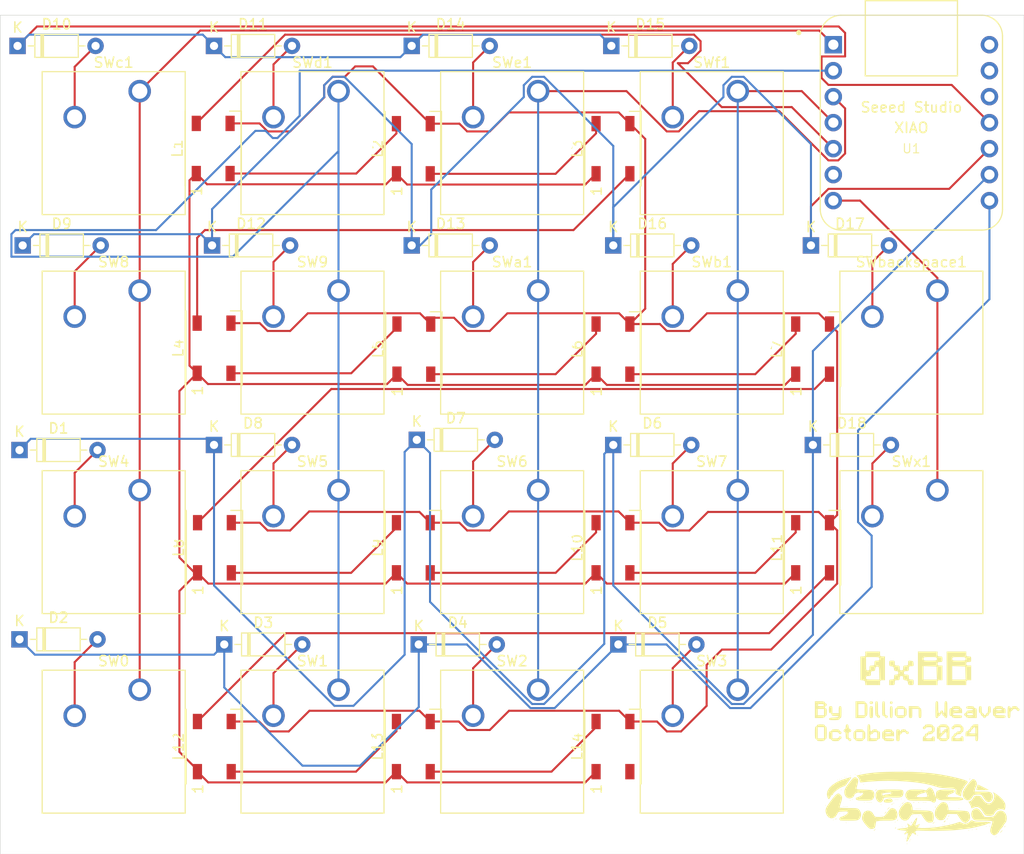
<source format=kicad_pcb>
(kicad_pcb (version 20240108) (generator "pcbnew") (generator_version "8.0")
  (layers (0 "F.Cu" signal) (31 "B.Cu" signal) (34 "B.Paste" user) (35 "F.Paste" user) (36 "B.SilkS" user "B.Silkscreen") (37 "F.SilkS" user "F.Silkscreen") (38 "B.Mask" user) (39 "F.Mask" user) (44 "Edge.Cuts" user))
  (net 0 "")
  (net 1 "Row 2")
  (net 2 "Net-(D1-A)")
  (net 3 "Row 3")
  (net 4 "Net-(D2-A)")
  (net 5 "Net-(D3-A)")
  (net 6 "Net-(D4-A)")
  (net 7 "Net-(D5-A)")
  (net 8 "Net-(D6-A)")
  (net 9 "Net-(D7-A)")
  (net 10 "Net-(D8-A)")
  (net 11 "Net-(D9-A)")
  (net 12 "Row 1")
  (net 13 "Net-(D10-A)")
  (net 14 "Row 0")
  (net 15 "Net-(D11-A)")
  (net 16 "Net-(D12-A)")
  (net 17 "Net-(D13-A)")
  (net 18 "Net-(D14-A)")
  (net 19 "Net-(D15-A)")
  (net 20 "Net-(D16-A)")
  (net 21 "Net-(D17-A)")
  (net 22 "Net-(D18-A)")
  (net 23 "+5V")
  (net 24 "Col 0")
  (net 25 "Col 1")
  (net 26 "Col 2")
  (net 27 "Col 3")
  (net 28 "Col 4")
  (net 29 "NeoPixelInput")
  (net 34 "GND")
  (net 35 "Net-(L4-DOUT)")
  (net 36 "Net-(L5-DOUT)")
  (net 37 "Net-(L6-DOUT)")
  (net 38 "Net-(L7-DOUT)")
  (net 39 "Net-(L8-DOUT)")
  (net 40 "Net-(L10-DIN)")
  (net 41 "Net-(L10-DOUT)")
  (net 42 "Net-(L11-DOUT)")
  (net 43 "Net-(L12-DOUT)")
  (net 44 "Net-(L13-DOUT)")
  (net 46 "Net-(L1-DOUT)")
  (net 47 "Net-(L2-DOUT)")
  (net 48 "Net-(L3-DOUT)")
  (footprint "LOGO" (layer "F.Cu") (at 161 156)
    (property "Reference" "G***" (hide yes))
    (property "Value" "LOGO" (hide yes))
  )
  (footprint "Diode_THT:D_DO-35_SOD27_P7.62mm_Horizontal" (layer "F.Cu") (at 92.38 87.5)
    (property "Reference" "D11")
    (property "Value" "D")
  )
  (footprint "LED_SMD:LED_WS2812B_PLCC4_5.0x5.0mm_P3.2mm" (layer "F.Cu") (at 92.384589 117.045758 90)
    (property "Reference" "L4")
    (property "Value" "WS2812B")
  )
  (footprint "Button_Switch_Keyboard:SW_Cherry_MX_1.00u_PCB" (layer "F.Cu") (at 124.04 150.42)
    (property "Reference" "SW2")
    (property "Value" "SW_Push")
  )
  (footprint "LED_SMD:LED_WS2812B_PLCC4_5.0x5.0mm_P3.2mm" (layer "F.Cu") (at 111.85 136.55 90)
    (property "Reference" "L9")
    (property "Value" "WS2812B")
  )
  (footprint "Diode_THT:D_DO-35_SOD27_P7.62mm_Horizontal" (layer "F.Cu") (at 111.69 107)
    (property "Reference" "D13")
    (property "Value" "D")
  )
  (footprint "LED_SMD:LED_WS2812B_PLCC4_5.0x5.0mm_P3.2mm" (layer "F.Cu") (at 92.3 97.523799 90)
    (property "Reference" "L1")
    (property "Value" "WS2812B")
  )
  (footprint "Seeed Studio XIAO Series Library:XIAO-Generic-Thruhole-14P-2.54-21X17.8MM" (layer "F.Cu") (at 160.5 95)
    (property "Reference" "U1")
    (property "Value" "Seeed Studio XIAO SAMD21" (hide yes))
  )
  (footprint "Diode_THT:D_DO-35_SOD27_P7.62mm_Horizontal" (layer "F.Cu") (at 150.69 107)
    (property "Reference" "D17")
    (property "Value" "D")
  )
  (footprint "LED_SMD:LED_WS2812B_PLCC4_5.0x5.0mm_P3.2mm" (layer "F.Cu") (at 131.35 97.543979 90)
    (property "Reference" "L3")
    (property "Value" "WS2812B")
  )
  (footprint "LED_SMD:LED_WS2812B_PLCC4_5.0x5.0mm_P3.2mm" (layer "F.Cu") (at 131.35 155.981338 90)
    (property "Reference" "L14")
    (property "Value" "WS2812B")
  )
  (footprint "Button_Switch_Keyboard:SW_Cherry_MX_1.00u_PCB" (layer "F.Cu") (at 124.04 91.92)
    (property "Reference" "SWe1")
    (property "Value" "SW_Push")
  )
  (footprint "Diode_THT:D_DO-35_SOD27_P7.62mm_Horizontal" (layer "F.Cu") (at 73.38 127)
    (property "Reference" "D1")
    (property "Value" "D")
  )
  (footprint "Button_Switch_Keyboard:SW_Cherry_MX_1.00u_PCB" (layer "F.Cu") (at 143.54 150.42)
    (property "Reference" "SW3")
    (property "Value" "SW_Push")
  )
  (footprint "Button_Switch_Keyboard:SW_Cherry_MX_1.00u_PCB" (layer "F.Cu") (at 85.12 91.92)
    (property "Reference" "SWc1")
    (property "Value" "SW_Push")
  )
  (footprint "LED_SMD:LED_WS2812B_PLCC4_5.0x5.0mm_P3.2mm" (layer "F.Cu") (at 150.85 117.133889 90)
    (property "Reference" "L7")
    (property "Value" "WS2812B")
  )
  (footprint "LED_SMD:LED_WS2812B_PLCC4_5.0x5.0mm_P3.2mm" (layer "F.Cu") (at 131.35 117.133889 90)
    (property "Reference" "L6")
    (property "Value" "WS2812B")
  )
  (footprint "LED_SMD:LED_WS2812B_PLCC4_5.0x5.0mm_P3.2mm" (layer "F.Cu") (at 92.41054 155.981338 90)
    (property "Reference" "L12")
    (property "Value" "WS2812B")
  )
  (footprint "Diode_THT:D_DO-35_SOD27_P7.62mm_Horizontal" (layer "F.Cu") (at 131.19 87.5)
    (property "Reference" "D15")
    (property "Value" "D")
  )
  (footprint "Button_Switch_Keyboard:SW_Cherry_MX_1.00u_PCB" (layer "F.Cu") (at 85.12 150.42)
    (property "Reference" "SW0")
    (property "Value" "SW_Push")
  )
  (footprint "Button_Switch_Keyboard:SW_Cherry_MX_1.00u_PCB" (layer "F.Cu") (at 143.54 91.92)
    (property "Reference" "SWf1")
    (property "Value" "SW_Push")
  )
  (footprint "Diode_THT:D_DO-35_SOD27_P7.62mm_Horizontal" (layer "F.Cu") (at 73.69 107)
    (property "Reference" "D9")
    (property "Value" "D")
  )
  (footprint "Diode_THT:D_DO-35_SOD27_P7.62mm_Horizontal" (layer "F.Cu") (at 92.19 107)
    (property "Reference" "D12")
    (property "Value" "D")
  )
  (footprint "Button_Switch_Keyboard:SW_Cherry_MX_1.00u_PCB" (layer "F.Cu") (at 104.54 130.92)
    (property "Reference" "SW5")
    (property "Value" "SW_Push")
  )
  (footprint "LED_SMD:LED_WS2812B_PLCC4_5.0x5.0mm_P3.2mm" (layer "F.Cu") (at 111.9 117.133889 90)
    (property "Reference" "L5")
    (property "Value" "WS2812B")
  )
  (footprint "Button_Switch_Keyboard:SW_Cherry_MX_1.00u_PCB" (layer "F.Cu") (at 124.04 111.42)
    (property "Reference" "SWa1")
    (property "Value" "SW_Push")
  )
  (footprint "Diode_THT:D_DO-35_SOD27_P7.62mm_Horizontal" (layer "F.Cu") (at 111.69 87.5)
    (property "Reference" "D14")
    (property "Value" "D")
  )
  (footprint "Button_Switch_Keyboard:SW_Cherry_MX_1.00u_PCB" (layer "F.Cu") (at 143.54 130.92)
    (property "Reference" "SW7")
    (property "Value" "SW_Push")
  )
  (footprint "Diode_THT:D_DO-35_SOD27_P7.62mm_Horizontal" (layer "F.Cu") (at 73.19 87.5)
    (property "Reference" "D10")
    (property "Value" "D")
  )
  (footprint "Diode_THT:D_DO-35_SOD27_P7.62mm_Horizontal" (layer "F.Cu") (at 92.38 126.5)
    (property "Reference" "D8")
    (property "Value" "D")
  )
  (footprint "Button_Switch_Keyboard:SW_Cherry_MX_1.00u_PCB" (layer "F.Cu") (at 85.12 130.92)
    (property "Reference" "SW4")
    (property "Value" "SW_Push")
  )
  (footprint "LED_SMD:LED_WS2812B_PLCC4_5.0x5.0mm_P3.2mm" (layer "F.Cu") (at 131.35 136.55 90)
    (property "Reference" "L10")
    (property "Value" "WS2812B")
  )
  (footprint "Diode_THT:D_DO-35_SOD27_P7.62mm_Horizontal" (layer "F.Cu") (at 112.19 126)
    (property "Reference" "D7")
    (property "Value" "D")
  )
  (footprint "LED_SMD:LED_WS2812B_PLCC4_5.0x5.0mm_P3.2mm" (layer "F.Cu") (at 150.85 136.55 90)
    (property "Reference" "L11")
    (property "Value" "WS2812B")
  )
  (footprint "Button_Switch_Keyboard:SW_Cherry_MX_1.00u_PCB" (layer "F.Cu") (at 85.12 111.42)
    (property "Reference" "SW8")
    (property "Value" "SW_Push")
  )
  (footprint "LED_SMD:LED_WS2812B_PLCC4_5.0x5.0mm_P3.2mm" (layer "F.Cu") (at 111.85 97.55 90)
    (property "Reference" "L2")
    (property "Value" "WS2812B")
  )
  (footprint "Diode_THT:D_DO-35_SOD27_P7.62mm_Horizontal" (layer "F.Cu") (at 131.38 126.5)
    (property "Reference" "D6")
    (property "Value" "D")
  )
  (footprint "Diode_THT:D_DO-35_SOD27_P7.62mm_Horizontal" (layer "F.Cu") (at 73.38 145.5)
    (property "Reference" "D2")
    (property "Value" "D")
  )
  (footprint "Diode_THT:D_DO-35_SOD27_P7.62mm_Horizontal" (layer "F.Cu") (at 131.38 107)
    (property "Reference" "D16")
    (property "Value" "D")
  )
  (footprint "Diode_THT:D_DO-35_SOD27_P7.62mm_Horizontal" (layer "F.Cu") (at 150.88 126.5)
    (property "Reference" "D18")
    (property "Value" "D")
  )
  (footprint "LED_SMD:LED_WS2812B_PLCC4_5.0x5.0mm_P3.2mm" (layer "F.Cu") (at 111.85 155.981338 90)
    (property "Reference" "L13")
    (property "Value" "WS2812B")
  )
  (footprint "Button_Switch_Keyboard:SW_Cherry_MX_1.00u_PCB" (layer "F.Cu") (at 143.54 111.42)
    (property "Reference" "SWb1")
    (property "Value" "SW_Push")
  )
  (footprint "LED_SMD:LED_WS2812B_PLCC4_5.0x5.0mm_P3.2mm" (layer "F.Cu") (at 92.421681 136.55 90)
    (property "Reference" "L8")
    (property "Value" "WS2812B")
  )
  (footprint "Diode_THT:D_DO-35_SOD27_P7.62mm_Horizontal" (layer "F.Cu") (at 93.38 146)
    (property "Reference" "D3")
    (property "Value" "D")
  )
  (footprint "Button_Switch_Keyboard:SW_Cherry_MX_1.00u_PCB" (layer "F.Cu") (at 163.04 130.92)
    (property "Reference" "SWx1")
    (property "Value" "SW_Push")
  )
  (footprint "Diode_THT:D_DO-35_SOD27_P7.62mm_Horizontal" (layer "F.Cu") (at 112.38 146)
    (property "Reference" "D4")
    (property "Value" "D")
  )
  (footprint "Button_Switch_Keyboard:SW_Cherry_MX_1.00u_PCB" (layer "F.Cu") (at 124.04 130.92)
    (property "Reference" "SW6")
    (property "Value" "SW_Push")
  )
  (footprint "Button_Switch_Keyboard:SW_Cherry_MX_1.00u_PCB" (layer "F.Cu") (at 104.54 91.92)
    (property "Reference" "SWd1")
    (property "Value" "SW_Push")
  )
  (footprint "Diode_THT:D_DO-35_SOD27_P7.62mm_Horizontal" (layer "F.Cu") (at 131.88 146)
    (property "Reference" "D5")
    (property "Value" "D")
  )
  (footprint "Button_Switch_Keyboard:SW_Cherry_MX_1.00u_PCB" (layer "F.Cu") (at 104.54 150.42)
    (property "Reference" "SW1")
    (property "Value" "SW_Push")
  )
  (footprint "Button_Switch_Keyboard:SW_Cherry_MX_1.00u_PCB" (layer "F.Cu") (at 104.54 111.42)
    (property "Reference" "SW9")
    (property "Value" "SW_Push")
  )
  (footprint "Button_Switch_Keyboard:SW_Cherry_MX_1.00u_PCB" (layer "F.Cu") (at 163.04 111.42)
    (property "Reference" "SWbackspace1")
    (property "Value" "SW_Push")
  )
  (gr_rect (start 71.5 84.5) (end 171.5 166.5) (stroke (width 0.05)) (fill none) (layer "Edge.Cuts"))
  (segment (start 111 127.19) (end 112.19 126) (width 0.2) (layer "B.Cu") (net 1))
  (segment (start 112.19 126) (end 113.48 127.29) (width 0.2) (layer "B.Cu") (net 1))
  (segment (start 113.48 141.839899) (end 123.460101 151.82) (width 0.2) (layer "B.Cu") (net 1))
  (segment (start 130.5 145.939899) (end 130.5 127.38) (width 0.2) (layer "B.Cu") (net 1))
  (segment (start 92.38 126.5) (end 92.38 140.239899) (width 0.2) (layer "B.Cu") (net 1))
  (segment (start 91.78 125.9) (end 92.38 126.5) (width 0.2) (layer "B.Cu") (net 1))
  (segment (start 74.48 125.9) (end 91.78 125.9) (width 0.2) (layer "B.Cu") (net 1))
  (segment (start 92.38 140.239899) (end 104.140101 152) (width 0.2) (layer "B.Cu") (net 1))
  (segment (start 150.88 145.059899) (end 150.88 126.5) (width 0.2) (layer "B.Cu") (net 1))
  (segment (start 113.48 127.29) (end 113.48 141.839899) (width 0.2) (layer "B.Cu") (net 1))
  (segment (start 130.5 127.38) (end 131.38 126.5) (width 0.2) (layer "B.Cu") (net 1))
  (segment (start 142.960101 151.82) (end 144.119899 151.82) (width 0.2) (layer "B.Cu") (net 1))
  (segment (start 144.119899 151.82) (end 150.88 145.059899) (width 0.2) (layer "B.Cu") (net 1))
  (segment (start 111 147) (end 111 127.19) (width 0.2) (layer "B.Cu") (net 1))
  (segment (start 168.125 100.08) (end 150.88 117.325) (width 0.2) (layer "B.Cu") (net 1))
  (segment (start 106 152) (end 111 147) (width 0.2) (layer "B.Cu") (net 1))
  (segment (start 123.460101 151.82) (end 124.619899 151.82) (width 0.2) (layer "B.Cu") (net 1))
  (segment (start 124.619899 151.82) (end 130.5 145.939899) (width 0.2) (layer "B.Cu") (net 1))
  (segment (start 104.140101 152) (end 106 152) (width 0.2) (layer "B.Cu") (net 1))
  (segment (start 131.38 140.239899) (end 142.960101 151.82) (width 0.2) (layer "B.Cu") (net 1))
  (segment (start 150.88 117.325) (end 150.88 126.5) (width 0.2) (layer "B.Cu") (net 1))
  (segment (start 73.38 127) (end 74.48 125.9) (width 0.2) (layer "B.Cu") (net 1))
  (segment (start 131.38 126.5) (end 131.38 140.239899) (width 0.2) (layer "B.Cu") (net 1))
  (segment (start 78.77 133.46) (end 78.77 129.23) (width 0.2) (layer "F.Cu") (net 2))
  (segment (start 78.77 129.23) (end 81 127) (width 0.2) (layer "F.Cu") (net 2))
  (segment (start 92.38 147) (end 93.38 146) (width 0.2) (layer "B.Cu") (net 3))
  (segment (start 106.65 157.85) (end 112.38 152.12) (width 0.2) (layer "B.Cu") (net 3))
  (segment (start 125.66 152.22) (end 131.88 146) (width 0.2) (layer "B.Cu") (net 3))
  (segment (start 74.88 147) (end 92.38 147) (width 0.2) (layer "B.Cu") (net 3))
  (segment (start 93.38 146) (end 93.38 150.203402) (width 0.2) (layer "B.Cu") (net 3))
  (segment (start 168.125 112.257944) (end 168.125 102.62) (width 0.2) (layer "B.Cu") (net 3))
  (segment (start 155.29 134.039899) (end 155.29 125.092944) (width 0.2) (layer "B.Cu") (net 3))
  (segment (start 155.29 125.092944) (end 168.125 112.257944) (width 0.2) (layer "B.Cu") (net 3))
  (segment (start 156.62 140.38) (end 156.62 135.369899) (width 0.2) (layer "B.Cu") (net 3))
  (segment (start 131.88 146) (end 136.574415 146) (width 0.2) (layer "B.Cu") (net 3))
  (segment (start 117.074415 146) (end 123.294415 152.22) (width 0.2) (layer "B.Cu") (net 3))
  (segment (start 112.38 152.12) (end 112.38 146) (width 0.2) (layer "B.Cu") (net 3))
  (segment (start 156.62 135.369899) (end 155.29 134.039899) (width 0.2) (layer "B.Cu") (net 3))
  (segment (start 142.794415 152.22) (end 144.78 152.22) (width 0.2) (layer "B.Cu") (net 3))
  (segment (start 144.78 152.22) (end 156.62 140.38) (width 0.2) (layer "B.Cu") (net 3))
  (segment (start 136.574415 146) (end 142.794415 152.22) (width 0.2) (layer "B.Cu") (net 3))
  (segment (start 112.38 146) (end 117.074415 146) (width 0.2) (layer "B.Cu") (net 3))
  (segment (start 101.026598 157.85) (end 106.65 157.85) (width 0.2) (layer "B.Cu") (net 3))
  (segment (start 73.38 145.5) (end 74.88 147) (width 0.2) (layer "B.Cu") (net 3))
  (segment (start 123.294415 152.22) (end 125.66 152.22) (width 0.2) (layer "B.Cu") (net 3))
  (segment (start 93.38 150.203402) (end 101.026598 157.85) (width 0.2) (layer "B.Cu") (net 3))
  (segment (start 78.77 152.96) (end 78.77 147.73) (width 0.2) (layer "F.Cu") (net 4))
  (segment (start 78.77 147.73) (end 81 145.5) (width 0.2) (layer "F.Cu") (net 4))
  (segment (start 98.19 148.81) (end 101 146) (width 0.2) (layer "F.Cu") (net 5))
  (segment (start 98.19 152.96) (end 98.19 148.81) (width 0.2) (layer "F.Cu") (net 5))
  (segment (start 117.69 148.31) (end 120 146) (width 0.2) (layer "F.Cu") (net 6))
  (segment (start 117.69 152.96) (end 117.69 148.31) (width 0.2) (layer "F.Cu") (net 6))
  (segment (start 137.19 148.31) (end 139.5 146) (width 0.2) (layer "F.Cu") (net 7))
  (segment (start 137.19 152.96) (end 137.19 148.31) (width 0.2) (layer "F.Cu") (net 7))
  (segment (start 137.19 133.46) (end 137.19 128.31) (width 0.2) (layer "F.Cu") (net 8))
  (segment (start 137.19 128.31) (end 139 126.5) (width 0.2) (layer "F.Cu") (net 8))
  (segment (start 117.69 128.12) (end 119.81 126) (width 0.2) (layer "F.Cu") (net 9))
  (segment (start 117.69 133.46) (end 117.69 128.12) (width 0.2) (layer "F.Cu") (net 9))
  (segment (start 98.19 128.31) (end 100 126.5) (width 0.2) (layer "F.Cu") (net 10))
  (segment (start 98.19 133.46) (end 98.19 128.31) (width 0.2) (layer "F.Cu") (net 10))
  (segment (start 78.77 113.96) (end 78.77 109.54) (width 0.2) (layer "F.Cu") (net 11))
  (segment (start 78.77 109.54) (end 81.31 107) (width 0.2) (layer "F.Cu") (net 11))
  (segment (start 152.398654 101.47) (end 150.69 103.178654) (width 0.2) (layer "F.Cu") (net 12))
  (segment (start 150.69 103.178654) (end 150.69 107) (width 0.2) (layer "F.Cu") (net 12))
  (segment (start 164.195 101.47) (end 152.398654 101.47) (width 0.2) (layer "F.Cu") (net 12))
  (segment (start 168.125 97.54) (end 164.195 101.47) (width 0.2) (layer "F.Cu") (net 12))
  (segment (start 124.619899 90.52) (end 131.38 97.280101) (width 0.2) (layer "B.Cu") (net 12))
  (segment (start 111.69 97.090101) (end 111.69 107) (width 0.2) (layer "B.Cu") (net 12))
  (segment (start 103.960101 90.52) (end 105.119899 90.52) (width 0.2) (layer "B.Cu") (net 12))
  (segment (start 131.38 103.259899) (end 142.14 92.499899) (width 0.2) (layer "B.Cu") (net 12))
  (segment (start 111.69 107) (end 112.5 107) (width 0.2) (layer "B.Cu") (net 12))
  (segment (start 123.460101 90.52) (end 124.619899 90.52) (width 0.2) (layer "B.Cu") (net 12))
  (segment (start 113.6 101.539899) (end 122.64 92.499899) (width 0.2) (layer "B.Cu") (net 12))
  (segment (start 112.5 107) (end 113.6 105.9) (width 0.2) (layer "B.Cu") (net 12))
  (segment (start 103.14 92.499899) (end 103.14 91.340101) (width 0.2) (layer "B.Cu") (net 12))
  (segment (start 131.38 107) (end 131.38 103.259899) (width 0.2) (layer "B.Cu") (net 12))
  (segment (start 144.119899 90.52) (end 150.69 97.090101) (width 0.2) (layer "B.Cu") (net 12))
  (segment (start 105.119899 90.52) (end 111.69 97.090101) (width 0.2) (layer "B.Cu") (net 12))
  (segment (start 142.14 92.499899) (end 142.14 91.340101) (width 0.2) (layer "B.Cu") (net 12))
  (segment (start 103.14 91.340101) (end 103.960101 90.52) (width 0.2) (layer "B.Cu") (net 12))
  (segment (start 113.6 105.9) (end 113.6 101.539899) (width 0.2) (layer "B.Cu") (net 12))
  (segment (start 142.960101 90.52) (end 144.119899 90.52) (width 0.2) (layer "B.Cu") (net 12))
  (segment (start 73.69 107) (end 74.79 105.9) (width 0.2) (layer "B.Cu") (net 12))
  (segment (start 74.79 105.9) (end 91.09 105.9) (width 0.2) (layer "B.Cu") (net 12))
  (segment (start 122.64 92.499899) (end 122.64 91.340101) (width 0.2) (layer "B.Cu") (net 12))
  (segment (start 91.09 105.9) (end 92.19 107) (width 0.2) (layer "B.Cu") (net 12))
  (segment (start 92.19 107) (end 92.19 103.449899) (width 0.2) (layer "B.Cu") (net 12))
  (segment (start 131.38 97.280101) (end 131.38 107) (width 0.2) (layer "B.Cu") (net 12))
  (segment (start 150.69 97.090101) (end 150.69 107) (width 0.2) (layer "B.Cu") (net 12))
  (segment (start 92.19 103.449899) (end 103.14 92.499899) (width 0.2) (layer "B.Cu") (net 12))
  (segment (start 122.64 91.340101) (end 123.460101 90.52) (width 0.2) (layer "B.Cu") (net 12))
  (segment (start 142.14 91.340101) (end 142.960101 90.52) (width 0.2) (layer "B.Cu") (net 12))
  (segment (start 78.77 89.54) (end 80.81 87.5) (width 0.2) (layer "F.Cu") (net 13))
  (segment (start 78.77 94.46) (end 78.77 89.54) (width 0.2) (layer "F.Cu") (net 13))
  (segment (start 75.09 85.6) (end 73.19 87.5) (width 0.2) (layer "F.Cu") (net 14))
  (segment (start 154.025 88.53) (end 154.025 86.23) (width 0.2) (layer "F.Cu") (net 14))
  (segment (start 164.435 91.31) (end 152.398654 91.31) (width 0.2) (layer "F.Cu") (net 14))
  (segment (start 151.725 88.53) (end 154.025 88.53) (width 0.2) (layer "F.Cu") (net 14))
  (segment (start 154.025 86.23) (end 153.395 85.6) (width 0.2) (layer "F.Cu") (net 14))
  (segment (start 153.395 85.6) (end 75.09 85.6) (width 0.2) (layer "F.Cu") (net 14))
  (segment (start 168.125 95) (end 164.435 91.31) (width 0.2) (layer "F.Cu") (net 14))
  (segment (start 151.725 90.636346) (end 151.725 88.53) (width 0.2) (layer "F.Cu") (net 14))
  (segment (start 152.398654 91.31) (end 151.725 90.636346) (width 0.2) (layer "F.Cu") (net 14))
  (segment (start 112.79 86.4) (end 130.09 86.4) (width 0.2) (layer "B.Cu") (net 14))
  (segment (start 111.69 87.5) (end 112.79 86.4) (width 0.2) (layer "B.Cu") (net 14))
  (segment (start 110.59 88.6) (end 111.69 87.5) (width 0.2) (layer "B.Cu") (net 14))
  (segment (start 74.29 86.4) (end 91.28 86.4) (width 0.2) (layer "B.Cu") (net 14))
  (segment (start 130.09 86.4) (end 131.19 87.5) (width 0.2) (layer "B.Cu") (net 14))
  (segment (start 91.28 86.4) (end 92.38 87.5) (width 0.2) (layer "B.Cu") (net 14))
  (segment (start 93.48 88.6) (end 110.59 88.6) (width 0.2) (layer "B.Cu") (net 14))
  (segment (start 92.38 87.5) (end 93.48 88.6) (width 0.2) (layer "B.Cu") (net 14))
  (segment (start 73.19 87.5) (end 74.29 86.4) (width 0.2) (layer "B.Cu") (net 14))
  (segment (start 98.19 89.31) (end 100 87.5) (width 0.2) (layer "F.Cu") (net 15))
  (segment (start 98.19 94.46) (end 98.19 89.31) (width 0.2) (layer "F.Cu") (net 15))
  (segment (start 98.19 113.96) (end 98.19 108.62) (width 0.2) (layer "F.Cu") (net 16))
  (segment (start 98.19 108.62) (end 99.81 107) (width 0.2) (layer "F.Cu") (net 16))
  (segment (start 117.69 113.96) (end 117.69 108.62) (width 0.2) (layer "F.Cu") (net 17))
  (segment (start 117.69 108.62) (end 119.31 107) (width 0.2) (layer "F.Cu") (net 17))
  (segment (start 117.69 89.12) (end 119.31 87.5) (width 0.2) (layer "F.Cu") (net 18))
  (segment (start 117.69 94.46) (end 117.69 89.12) (width 0.2) (layer "F.Cu") (net 18))
  (segment (start 137.19 89.12) (end 138.81 87.5) (width 0.2) (layer "F.Cu") (net 19))
  (segment (start 137.19 94.46) (end 137.19 89.12) (width 0.2) (layer "F.Cu") (net 19))
  (segment (start 137.19 108.81) (end 139 107) (width 0.2) (layer "F.Cu") (net 20))
  (segment (start 137.19 113.96) (end 137.19 108.81) (width 0.2) (layer "F.Cu") (net 20))
  (segment (start 156.69 113.96) (end 156.69 108.62) (width 0.2) (layer "F.Cu") (net 21))
  (segment (start 156.69 108.62) (end 158.31 107) (width 0.2) (layer "F.Cu") (net 21))
  (segment (start 156.69 128.31) (end 158.5 126.5) (width 0.2) (layer "F.Cu") (net 22))
  (segment (start 156.69 133.46) (end 156.69 128.31) (width 0.2) (layer "F.Cu") (net 22))
  (segment (start 89 156.5) (end 90.76054 158.26054) (width 0.2) (layer "F.Cu") (net 23))
  (segment (start 90.65 99.973799) (end 89.984589 100.63921) (width 0.2) (layer "F.Cu") (net 23))
  (segment (start 90.771681 139) (end 89 140.771681) (width 0.2) (layer "F.Cu") (net 23))
  (segment (start 128.643979 101.05) (end 129.7 99.993979) (width 0.2) (layer "F.Cu") (net 23))
  (segment (start 109.15 159.481338) (end 110.2 158.431338) (width 0.2) (layer "F.Cu") (net 23))
  (segment (start 90.76054 158.431338) (end 91.81054 159.481338) (width 0.2) (layer "F.Cu") (net 23))
  (segment (start 89 121.230347) (end 89 137.5) (width 0.2) (layer "F.Cu") (net 23))
  (segment (start 128.65 140.05) (end 129.7 139) (width 0.2) (layer "F.Cu") (net 23))
  (segment (start 90.771681 139) (end 91.821681 140.05) (width 0.2) (layer "F.Cu") (net 23))
  (segment (start 89 140.771681) (end 89 156.5) (width 0.2) (layer "F.Cu") (net 23))
  (segment (start 130.75 140.05) (end 148.15 140.05) (width 0.2) (layer "F.Cu") (net 23))
  (segment (start 90.734589 119.495758) (end 89 121.230347) (width 0.2) (layer "F.Cu") (net 23))
  (segment (start 89.984589 118.745758) (end 90.734589 119.495758) (width 0.2) (layer "F.Cu") (net 23))
  (segment (start 110.2 158.431338) (end 111.25 159.481338) (width 0.2) (layer "F.Cu") (net 23))
  (segment (start 90.5 139) (end 90.771681 139) (width 0.2) (layer "F.Cu") (net 23))
  (segment (start 90.65 99.973799) (end 91.7 101.023799) (width 0.2) (layer "F.Cu") (net 23))
  (segment (start 91.7 101.023799) (end 109.176201 101.023799) (width 0.2) (layer "F.Cu") (net 23))
  (segment (start 129.7 139) (end 130.75 140.05) (width 0.2) (layer "F.Cu") (net 23))
  (segment (start 111.25 159.481338) (end 128.65 159.481338) (width 0.2) (layer "F.Cu") (net 23))
  (segment (start 91.821681 140.05) (end 109.15 140.05) (width 0.2) (layer "F.Cu") (net 23))
  (segment (start 111.25 140.05) (end 128.65 140.05) (width 0.2) (layer "F.Cu") (net 23))
  (segment (start 90.734589 119.495758) (end 91.784589 120.545758) (width 0.2) (layer "F.Cu") (net 23))
  (segment (start 89.984589 100.63921) (end 89.984589 118.745758) (width 0.2) (layer "F.Cu") (net 23))
  (segment (start 91.81054 159.481338) (end 109.15 159.481338) (width 0.2) (layer "F.Cu") (net 23))
  (segment (start 128.65 120.633889) (end 129.7 119.583889) (width 0.2) (layer "F.Cu") (net 23))
  (segment (start 110.2 100) (end 111.25 101.05) (width 0.2) (layer "F.Cu") (net 23))
  (segment (start 129.7 119.583889) (end 130.75 120.633889) (width 0.2) (layer "F.Cu") (net 23))
  (segment (start 111.25 101.05) (end 128.643979 101.05) (width 0.2) (layer "F.Cu") (net 23))
  (segment (start 110.2 139) (end 111.25 140.05) (width 0.2) (layer "F.Cu") (net 23))
  (segment (start 111.3 120.633889) (end 128.65 120.633889) (width 0.2) (layer "F.Cu") (net 23))
  (segment (start 109.15 140.05) (end 110.2 139) (width 0.2) (layer "F.Cu") (net 23))
  (segment (start 90.76054 158.26054) (end 90.76054 158.431338) (width 0.2) (layer "F.Cu") (net 23))
  (segment (start 89 137.5) (end 90.5 139) (width 0.2) (layer "F.Cu") (net 23))
  (segment (start 128.65 159.481338) (end 129.7 158.431338) (width 0.2) (layer "F.Cu") (net 23))
  (segment (start 91.784589 120.545758) (end 109.288131 120.545758) (width 0.2) (layer "F.Cu") (net 23))
  (segment (start 109.288131 120.545758) (end 110.25 119.583889) (width 0.2) (layer "F.Cu") (net 23))
  (segment (start 148.15 120.633889) (end 149.2 119.583889) (width 0.2) (layer "F.Cu") (net 23))
  (segment (start 130.75 120.633889) (end 148.15 120.633889) (width 0.2) (layer "F.Cu") (net 23))
  (segment (start 148.15 140.05) (end 149.2 139) (width 0.2) (layer "F.Cu") (net 23))
  (segment (start 110.25 119.583889) (end 111.3 120.633889) (width 0.2) (layer "F.Cu") (net 23))
  (segment (start 109.176201 101.023799) (end 110.2 100) (width 0.2) (layer "F.Cu") (net 23))
  (segment (start 151.495 86) (end 91.04 86) (width 0.2) (layer "F.Cu") (net 24))
  (segment (start 85.12 91.92) (end 85.12 150.42) (width 0.2) (layer "F.Cu") (net 24))
  (segment (start 152.875 87.38) (end 151.495 86) (width 0.2) (layer "F.Cu") (net 24))
  (segment (start 91.04 86) (end 85.12 91.92) (width 0.2) (layer "F.Cu") (net 24))
  (segment (start 72.99 105.5) (end 72.59 105.9) (width 0.2) (layer "B.Cu") (net 25))
  (segment (start 100.750101 94.324112) (end 98.571269 96.502944) (width 0.2) (layer "B.Cu") (net 25))
  (segment (start 72.59 108.1) (end 94.223402 108.1) (width 0.2) (layer "B.Cu") (net 25))
  (segment (start 94.223402 108.1) (end 104.54 97.783402) (width 0.2) (layer "B.Cu") (net 25))
  (segment (start 72.59 105.9) (end 72.59 108.1) (width 0.2) (layer "B.Cu") (net 25))
  (segment (start 98.571269 96.502944) (end 98.12 96.502944) (width 0.2) (layer "B.Cu") (net 25))
  (segment (start 104.54 150.42) (end 104.54 91.92) (width 0.2) (layer "B.Cu") (net 25))
  (segment (start 86.722944 105.5) (end 72.99 105.5) (width 0.2) (layer "B.Cu") (net 25))
  (segment (start 152.875 89.92) (end 100.750101 89.92) (width 0.2) (layer "B.Cu") (net 25))
  (segment (start 100.750101 89.92) (end 100.750101 94.324112) (width 0.2) (layer "B.Cu") (net 25))
  (segment (start 98.12 96.502944) (end 97.417056 95.8) (width 0.2) (layer "B.Cu") (net 25))
  (segment (start 104.54 97.783402) (end 104.54 91.92) (width 0.2) (layer "B.Cu") (net 25))
  (segment (start 96.422944 95.8) (end 86.722944 105.5) (width 0.2) (layer "B.Cu") (net 25))
  (segment (start 97.417056 95.8) (end 96.422944 95.8) (width 0.2) (layer "B.Cu") (net 25))
  (segment (start 147.588755 93.880101) (end 139.749798 93.880101) (width 0.2) (layer "F.Cu") (net 26))
  (segment (start 154.025 93.61) (end 154.025 98.016346) (width 0.2) (layer "F.Cu") (net 26))
  (segment (start 139.749798 93.880101) (end 137.769899 95.86) (width 0.2) (layer "F.Cu") (net 26))
  (segment (start 137.769899 95.86) (end 136.610101 95.86) (width 0.2) (layer "F.Cu") (net 26))
  (segment (start 132.670101 91.92) (end 124.04 91.92) (width 0.2) (layer "F.Cu") (net 26))
  (segment (start 152.398654 98.69) (end 147.588755 93.880101) (width 0.2) (layer "F.Cu") (net 26))
  (segment (start 152.875 92.46) (end 154.025 93.61) (width 0.2) (layer "F.Cu") (net 26))
  (segment (start 136.610101 95.86) (end 132.670101 91.92) (width 0.2) (layer "F.Cu") (net 26))
  (segment (start 153.351346 98.69) (end 152.398654 98.69) (width 0.2) (layer "F.Cu") (net 26))
  (segment (start 154.025 98.016346) (end 153.351346 98.69) (width 0.2) (layer "F.Cu") (net 26))
  (segment (start 124.04 91.92) (end 124.04 150.42) (width 0.2) (layer "B.Cu") (net 26))
  (segment (start 152.875 95) (end 149.795 91.92) (width 0.2) (layer "F.Cu") (net 27))
  (segment (start 149.795 91.92) (end 143.54 91.92) (width 0.2) (layer "F.Cu") (net 27))
  (segment (start 143.54 91.92) (end 143.54 150.42) (width 0.2) (layer "B.Cu") (net 27))
  (segment (start 163.04 111.42) (end 163.04 130.92) (width 0.2) (layer "F.Cu") (net 28))
  (segment (start 155.485635 102.62) (end 163.04 110.174365) (width 0.2) (layer "F.Cu") (net 28))
  (segment (start 163.04 110.174365) (end 163.04 111.42) (width 0.2) (layer "F.Cu") (net 28))
  (segment (start 152.875 102.62) (end 155.485635 102.62) (width 0.2) (layer "F.Cu") (net 28))
  (segment (start 99.323799 86.4) (end 139.265635 86.4) (width 0.2) (layer "F.Cu") (net 29))
  (segment (start 141.980101 93.480101) (end 148.815101 93.480101) (width 0.2) (layer "F.Cu") (net 29))
  (segment (start 138.677792 89.187843) (end 137.687843 89.187843) (width 0.2) (layer "F.Cu") (net 29))
  (segment (start 137.687843 89.187843) (end 141.980101 93.480101) (width 0.2) (layer "F.Cu") (net 29))
  (segment (start 90.65 95.073799) (end 99.323799 86.4) (width 0.2) (layer "F.Cu") (net 29))
  (segment (start 148.815101 93.480101) (end 152.875 97.54) (width 0.2) (layer "F.Cu") (net 29))
  (segment (start 139.91 87.044365) (end 139.91 87.955635) (width 0.2) (layer "F.Cu") (net 29))
  (segment (start 139.91 87.955635) (end 138.677792 89.187843) (width 0.2) (layer "F.Cu") (net 29))
  (segment (start 139.265635 86.4) (end 139.91 87.044365) (width 0.2) (layer "F.Cu") (net 29))
  (segment (start 99.676598 154.5) (end 101.69526 152.481338) (width 0.2) (layer "F.Cu") (net 34))
  (segment (start 101.69526 152.481338) (end 112.45 152.481338) (width 0.2) (layer "F.Cu") (net 34))
  (segment (start 121.042709 113.633889) (end 131.95 113.633889) (width 0.2) (layer "F.Cu") (net 34))
  (segment (start 112.933055 114.066945) (end 113.55 114.683889) (width 0.2) (layer "F.Cu") (net 34))
  (segment (start 106.176598 89.5) (end 107.9 89.5) (width 0.2) (layer "F.Cu") (net 34))
  (segment (start 138.816598 134.86) (end 140.626598 133.05) (width 0.2) (layer "F.Cu") (net 34))
  (segment (start 117.110101 95.86) (end 119.316598 95.86) (width 0.2) (layer "F.Cu") (net 34))
  (segment (start 101.676598 133) (end 104.5 133) (width 0.2) (layer "F.Cu") (net 34))
  (segment (start 97.750101 154.5) (end 99.676598 154.5) (width 0.2) (layer "F.Cu") (net 34))
  (segment (start 116.281439 153.531338) (end 117.110101 154.36) (width 0.2) (layer "F.Cu") (net 34))
  (segment (start 136.617056 154.5) (end 135.648394 153.531338) (width 0.2) (layer "F.Cu") (net 34))
  (segment (start 112.45 133.05) (end 113.5 134.1) (width 0.2) (layer "F.Cu") (net 34))
  (segment (start 113.5 95.1) (end 116.350101 95.1) (width 0.2) (layer "F.Cu") (net 34))
  (segment (start 96.850101 134.1) (end 97.610101 134.86) (width 0.2) (layer "F.Cu") (net 34))
  (segment (start 96.8239 95.073799) (end 97.610101 95.86) (width 0.2) (layer "F.Cu") (net 34))
  (segment (start 119.316598 115.36) (end 121.042709 113.633889) (width 0.2) (layer "F.Cu") (net 34))
  (segment (start 104.5 133) (end 104.55 133.05) (width 0.2) (layer "F.Cu") (net 34))
  (segment (start 119.316598 134.86) (end 121.176598 133) (width 0.2) (layer "F.Cu") (net 34))
  (segment (start 153.25 134.85) (end 153.25 140.05) (width 0.2) (layer "F.Cu") (net 34))
  (segment (start 99.816598 95.86) (end 103.15835 92.518248) (width 0.2) (layer "F.Cu") (net 34))
  (segment (start 117.110101 154.36) (end 119.316598 154.36) (width 0.2) (layer "F.Cu") (net 34))
  (segment (start 105.156598 90.52) (end 106.176598 89.5) (width 0.2) (layer "F.Cu") (net 34))
  (segment (start 112.933055 114.066945) (end 115.817046 114.066945) (width 0.2) (layer "F.Cu") (net 34))
  (segment (start 131.906021 94) (end 133 95.093979) (width 0.2) (layer "F.Cu") (net 34))
  (segment (start 99.816598 115.36) (end 101.542709 113.633889) (width 0.2) (layer "F.Cu") (net 34))
  (segment (start 117.110101 134.86) (end 119.316598 134.86) (width 0.2) (layer "F.Cu") (net 34))
  (segment (start 103.14 92.499899) (end 103.14 91.340101) (width 0.2) (layer "F.Cu") (net 34))
  (segment (start 99.816598 134.86) (end 101.676598 133) (width 0.2) (layer "F.Cu") (net 34))
  (segment (start 133 114.683889) (end 135.93399 114.683889) (width 0.2) (layer "F.Cu") (net 34))
  (segment (start 94.06054 153.531338) (end 96.781439 153.531338) (width 0.2) (layer "F.Cu") (net 34))
  (segment (start 133 95.093979) (end 134.5 96.593979) (width 0.2) (layer "F.Cu") (net 34))
  (segment (start 121.19526 152.481338) (end 131.95 152.481338) (width 0.2) (layer "F.Cu") (net 34))
  (segment (start 152.5 134.1) (end 153.25 134.85) (width 0.2) (layer "F.Cu") (net 34))
  (segment (start 103.14 91.340101) (end 103.960101 90.52) (width 0.2) (layer "F.Cu") (net 34))
  (segment (start 134.5 113.183889) (end 133 114.683889) (width 0.2) (layer "F.Cu") (net 34))
  (segment (start 151.45 133.05) (end 152.5 134.1) (width 0.2) (layer "F.Cu") (net 34))
  (segment (start 116.350101 95.1) (end 117.110101 95.86) (width 0.2) (layer "F.Cu") (net 34))
  (segment (start 131.95 152.481338) (end 133 153.531338) (width 0.2) (layer "F.Cu") (net 34))
  (segment (start 140.5 152) (end 138 154.5) (width 0.2) (layer "F.Cu") (net 34))
  (segment (start 94.034589 114.595758) (end 96.845859 114.595758) (width 0.2) (layer "F.Cu") (net 34))
  (segment (start 116.350101 134.1) (end 117.110101 134.86) (width 0.2) (layer "F.Cu") (net 34))
  (segment (start 135.93399 114.683889) (end 136.610101 115.36) (width 0.2) (layer "F.Cu") (net 34))
  (segment (start 121.176598 94) (end 131.906021 94) (width 0.2) (layer "F.Cu") (net 34))
  (segment (start 117.110101 115.36) (end 119.316598 115.36) (width 0.2) (layer "F.Cu") (net 34))
  (segment (start 152.5 114.683889) (end 153.25 115.433889) (width 0.2) (layer "F.Cu") (net 34))
  (segment (start 97.610101 115.36) (end 99.816598 115.36) (width 0.2) (layer "F.Cu") (net 34))
  (segment (start 136.610101 134.86) (end 138.816598 134.86) (width 0.2) (layer "F.Cu") (net 34))
  (segment (start 140.542709 113.633889) (end 151.45 113.633889) (width 0.2) (layer "F.Cu") (net 34))
  (segment (start 107.9 89.5) (end 113.5 95.1) (width 0.2) (layer "F.Cu") (net 34))
  (segment (start 153.25 115.433889) (end 153.25 133.35) (width 0.2) (layer "F.Cu") (net 34))
  (segment (start 119.316598 154.36) (end 121.19526 152.481338) (width 0.2) (layer "F.Cu") (net 34))
  (segment (start 97.610101 134.86) (end 99.816598 134.86) (width 0.2) (layer "F.Cu") (net 34))
  (segment (start 94.071681 134.1) (end 96.850101 134.1) (width 0.2) (layer "F.Cu") (net 34))
  (segment (start 113.5 153.531338) (end 116.281439 153.531338) (width 0.2) (layer "F.Cu") (net 34))
  (segment (start 115.817046 114.066945) (end 117.110101 115.36) (width 0.2) (layer "F.Cu") (net 34))
  (segment (start 135.648394 153.531338) (end 133 153.531338) (width 0.2) (layer "F.Cu") (net 34))
  (segment (start 103.960101 90.52) (end 105.156598 90.52) (width 0.2) (layer "F.Cu") (net 34))
  (segment (start 138.816598 115.36) (end 140.542709 113.633889) (width 0.2) (layer "F.Cu") (net 34))
  (segment (start 142 146.5) (end 140.5 148) (width 0.2) (layer "F.Cu") (net 34))
  (segment (start 133 134.1) (end 135.850101 134.1) (width 0.2) (layer "F.Cu") (net 34))
  (segment (start 131.95 113.633889) (end 133 114.683889) (width 0.2) (layer "F.Cu") (net 34))
  (segment (start 101.542709 113.633889) (end 112.5 113.633889) (width 0.2) (layer "F.Cu") (net 34))
  (segment (start 96.845859 114.595758) (end 97.610101 115.36) (width 0.2) (layer "F.Cu") (net 34))
  (segment (start 119.316598 95.86) (end 121.176598 94) (width 0.2) (layer "F.Cu") (net 34))
  (segment (start 113.5 134.1) (end 116.350101 134.1) (width 0.2) (layer "F.Cu") (net 34))
  (segment (start 96.781439 153.531338) (end 97.750101 154.5) (width 0.2) (layer "F.Cu") (net 34))
  (segment (start 140.626598 133.05) (end 151.45 133.05) (width 0.2) (layer "F.Cu") (net 34))
  (segment (start 121.176598 133) (end 131.9 133) (width 0.2) (layer "F.Cu") (net 34))
  (segment (start 153.25 140.05) (end 146.8 146.5) (width 0.2) (layer "F.Cu") (net 34))
  (segment (start 138 154.5) (end 136.617056 154.5) (width 0.2) (layer "F.Cu") (net 34))
  (segment (start 146.8 146.5) (end 142 146.5) (width 0.2) (layer "F.Cu") (net 34))
  (segment (start 97.610101 95.86) (end 99.816598 95.86) (width 0.2) (layer "F.Cu") (net 34))
  (segment (start 136.610101 115.36) (end 138.816598 115.36) (width 0.2) (layer "F.Cu") (net 34))
  (segment (start 93.95 95.073799) (end 96.8239 95.073799) (width 0.2) (layer "F.Cu") (net 34))
  (segment (start 135.850101 134.1) (end 136.610101 134.86) (width 0.2) (layer "F.Cu") (net 34))
  (segment (start 112.45 152.481338) (end 113.5 153.531338) (width 0.2) (layer "F.Cu") (net 34))
  (segment (start 104.55 133.05) (end 112.45 133.05) (width 0.2) (layer "F.Cu") (net 34))
  (segment (start 153.25 133.35) (end 152.5 134.1) (width 0.2) (layer "F.Cu") (net 34))
  (segment (start 140.5 148) (end 140.5 152) (width 0.2) (layer "F.Cu") (net 34))
  (segment (start 134.5 96.593979) (end 134.5 113.183889) (width 0.2) (layer "F.Cu") (net 34))
  (segment (start 151.45 113.633889) (end 152.5 114.683889) (width 0.2) (layer "F.Cu") (net 34))
  (segment (start 112.5 113.633889) (end 112.933055 114.066945) (width 0.2) (layer "F.Cu") (net 34))
  (segment (start 103.15835 92.518248) (end 103.14 92.499899) (width 0.2) (layer "F.Cu") (net 34))
  (segment (start 131.9 133) (end 133 134.1) (width 0.2) (layer "F.Cu") (net 34))
  (segment (start 110.25 115.027056) (end 110.25 114.683889) (width 0.2) (layer "F.Cu") (net 35))
  (segment (start 94.034589 119.495758) (end 105.781298 119.495758) (width 0.2) (layer "F.Cu") (net 35))
  (segment (start 105.781298 119.495758) (end 110.25 115.027056) (width 0.2) (layer "F.Cu") (net 35))
  (segment (start 129.7 115.633889) (end 129.7 114.683889) (width 0.2) (layer "F.Cu") (net 36))
  (segment (start 125.75 119.583889) (end 129.7 115.633889) (width 0.2) (layer "F.Cu") (net 36))
  (segment (start 113.55 119.583889) (end 125.75 119.583889) (width 0.2) (layer "F.Cu") (net 36))
  (segment (start 145.25 119.583889) (end 149.2 115.633889) (width 0.2) (layer "F.Cu") (net 37))
  (segment (start 133 119.583889) (end 145.25 119.583889) (width 0.2) (layer "F.Cu") (net 37))
  (segment (start 149.2 115.633889) (end 149.2 114.683889) (width 0.2) (layer "F.Cu") (net 37))
  (segment (start 103.837792 121.033889) (end 90.771681 134.1) (width 0.2) (layer "F.Cu") (net 38))
  (segment (start 152.5 119.583889) (end 151.05 121.033889) (width 0.2) (layer "F.Cu") (net 38))
  (segment (start 151.05 121.033889) (end 103.837792 121.033889) (width 0.2) (layer "F.Cu") (net 38))
  (segment (start 110.2 134.577056) (end 110.2 134.1) (width 0.2) (layer "F.Cu") (net 39))
  (segment (start 94.071681 139) (end 105.777056 139) (width 0.2) (layer "F.Cu") (net 39))
  (segment (start 105.777056 139) (end 110.2 134.577056) (width 0.2) (layer "F.Cu") (net 39))
  (segment (start 125.75 139) (end 129.7 135.05) (width 0.2) (layer "F.Cu") (net 40))
  (segment (start 129.7 135.05) (end 129.7 134.1) (width 0.2) (layer "F.Cu") (net 40))
  (segment (start 113.5 139) (end 125.75 139) (width 0.2) (layer "F.Cu") (net 40))
  (segment (start 133 139) (end 145.25 139) (width 0.2) (layer "F.Cu") (net 41))
  (segment (start 145.25 139) (end 149.2 135.05) (width 0.2) (layer "F.Cu") (net 41))
  (segment (start 149.2 135.05) (end 149.2 134.1) (width 0.2) (layer "F.Cu") (net 41))
  (segment (start 99.391878 144.9) (end 90.76054 153.531338) (width 0.2) (layer "F.Cu") (net 42))
  (segment (start 152.5 139) (end 146.6 144.9) (width 0.2) (layer "F.Cu") (net 42))
  (segment (start 146.6 144.9) (end 99.391878 144.9) (width 0.2) (layer "F.Cu") (net 42))
  (segment (start 106.25 158.431338) (end 110.2 154.481338) (width 0.2) (layer "F.Cu") (net 43))
  (segment (start 110.2 154.481338) (end 110.2 153.531338) (width 0.2) (layer "F.Cu") (net 43))
  (segment (start 94.06054 158.431338) (end 106.25 158.431338) (width 0.2) (layer "F.Cu") (net 43))
  (segment (start 125.345718 158.431338) (end 129.7 154.077056) (width 0.2) (layer "F.Cu") (net 44))
  (segment (start 129.7 154.077056) (end 129.7 153.531338) (width 0.2) (layer "F.Cu") (net 44))
  (segment (start 113.5 158.431338) (end 125.345718 158.431338) (width 0.2) (layer "F.Cu") (net 44))
  (segment (start 106.276201 99.973799) (end 110.2 96.05) (width 0.2) (layer "F.Cu") (net 46))
  (segment (start 110.2 96.05) (end 110.2 95.1) (width 0.2) (layer "F.Cu") (net 46))
  (segment (start 93.95 99.973799) (end 106.276201 99.973799) (width 0.2) (layer "F.Cu") (net 46))
  (segment (start 129.7 96.043979) (end 129.7 95.093979) (width 0.2) (layer "F.Cu") (net 47))
  (segment (start 125.743979 100) (end 129.7 96.043979) (width 0.2) (layer "F.Cu") (net 47))
  (segment (start 113.5 100) (end 125.743979 100) (width 0.2) (layer "F.Cu") (net 47))
  (segment (start 133 99.993979) (end 127.493979 105.5) (width 0.2) (layer "F.Cu") (net 48))
  (segment (start 90.734589 106.255411) (end 90.734589 114.595758) (width 0.2) (layer "F.Cu") (net 48))
  (segment (start 127.493979 105.5) (end 91.49 105.5) (width 0.2) (layer "F.Cu") (net 48))
  (segment (start 91.49 105.5) (end 90.734589 106.255411) (width 0.2) (layer "F.Cu") (net 48))
)
</source>
